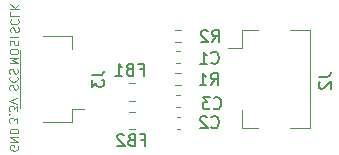
<source format=gbr>
%TF.GenerationSoftware,KiCad,Pcbnew,(5.99.0-11678-ga208dac8d8)*%
%TF.CreationDate,2021-08-19T14:25:42+07:00*%
%TF.ProjectId,sharp_memory_display,73686172-705f-46d6-956d-6f72795f6469,rev?*%
%TF.SameCoordinates,Original*%
%TF.FileFunction,Legend,Bot*%
%TF.FilePolarity,Positive*%
%FSLAX46Y46*%
G04 Gerber Fmt 4.6, Leading zero omitted, Abs format (unit mm)*
G04 Created by KiCad (PCBNEW (5.99.0-11678-ga208dac8d8)) date 2021-08-19 14:25:42*
%MOMM*%
%LPD*%
G01*
G04 APERTURE LIST*
%ADD10C,0.120000*%
%ADD11C,0.150000*%
G04 APERTURE END LIST*
D10*
X25319308Y-26523722D02*
X25285975Y-26423722D01*
X25285975Y-26257055D01*
X25319308Y-26190389D01*
X25352642Y-26157055D01*
X25419308Y-26123722D01*
X25485975Y-26123722D01*
X25552642Y-26157055D01*
X25585975Y-26190389D01*
X25619308Y-26257055D01*
X25652642Y-26390389D01*
X25685975Y-26457055D01*
X25719308Y-26490389D01*
X25785975Y-26523722D01*
X25852642Y-26523722D01*
X25919308Y-26490389D01*
X25952642Y-26457055D01*
X25985975Y-26390389D01*
X25985975Y-26223722D01*
X25952642Y-26123722D01*
X25352642Y-25423722D02*
X25319308Y-25457055D01*
X25285975Y-25557055D01*
X25285975Y-25623722D01*
X25319308Y-25723722D01*
X25385975Y-25790389D01*
X25452642Y-25823722D01*
X25585975Y-25857055D01*
X25685975Y-25857055D01*
X25819308Y-25823722D01*
X25885975Y-25790389D01*
X25952642Y-25723722D01*
X25985975Y-25623722D01*
X25985975Y-25557055D01*
X25952642Y-25457055D01*
X25919308Y-25423722D01*
X25285975Y-24790389D02*
X25285975Y-25123722D01*
X25985975Y-25123722D01*
X25285975Y-24557055D02*
X25985975Y-24557055D01*
X25285975Y-24157055D02*
X25685975Y-24457055D01*
X25985975Y-24157055D02*
X25585975Y-24557055D01*
X25260975Y-29140389D02*
X25960975Y-29140389D01*
X25460975Y-28907055D01*
X25960975Y-28673722D01*
X25260975Y-28673722D01*
X25960975Y-28207055D02*
X25960975Y-28073722D01*
X25927642Y-28007055D01*
X25860975Y-27940389D01*
X25727642Y-27907055D01*
X25494308Y-27907055D01*
X25360975Y-27940389D01*
X25294308Y-28007055D01*
X25260975Y-28073722D01*
X25260975Y-28207055D01*
X25294308Y-28273722D01*
X25360975Y-28340389D01*
X25494308Y-28373722D01*
X25727642Y-28373722D01*
X25860975Y-28340389D01*
X25927642Y-28273722D01*
X25960975Y-28207055D01*
X25294308Y-27640389D02*
X25260975Y-27540389D01*
X25260975Y-27373722D01*
X25294308Y-27307055D01*
X25327642Y-27273722D01*
X25394308Y-27240389D01*
X25460975Y-27240389D01*
X25527642Y-27273722D01*
X25560975Y-27307055D01*
X25594308Y-27373722D01*
X25627642Y-27507055D01*
X25660975Y-27573722D01*
X25694308Y-27607055D01*
X25760975Y-27640389D01*
X25827642Y-27640389D01*
X25894308Y-27607055D01*
X25927642Y-27573722D01*
X25960975Y-27507055D01*
X25960975Y-27340389D01*
X25927642Y-27240389D01*
X25260975Y-26940389D02*
X25960975Y-26940389D01*
X25244308Y-31398722D02*
X25210975Y-31298722D01*
X25210975Y-31132055D01*
X25244308Y-31065389D01*
X25277642Y-31032055D01*
X25344308Y-30998722D01*
X25410975Y-30998722D01*
X25477642Y-31032055D01*
X25510975Y-31065389D01*
X25544308Y-31132055D01*
X25577642Y-31265389D01*
X25610975Y-31332055D01*
X25644308Y-31365389D01*
X25710975Y-31398722D01*
X25777642Y-31398722D01*
X25844308Y-31365389D01*
X25877642Y-31332055D01*
X25910975Y-31265389D01*
X25910975Y-31098722D01*
X25877642Y-30998722D01*
X25277642Y-30298722D02*
X25244308Y-30332055D01*
X25210975Y-30432055D01*
X25210975Y-30498722D01*
X25244308Y-30598722D01*
X25310975Y-30665389D01*
X25377642Y-30698722D01*
X25510975Y-30732055D01*
X25610975Y-30732055D01*
X25744308Y-30698722D01*
X25810975Y-30665389D01*
X25877642Y-30598722D01*
X25910975Y-30498722D01*
X25910975Y-30432055D01*
X25877642Y-30332055D01*
X25844308Y-30298722D01*
X25244308Y-30032055D02*
X25210975Y-29932055D01*
X25210975Y-29765389D01*
X25244308Y-29698722D01*
X25277642Y-29665389D01*
X25344308Y-29632055D01*
X25410975Y-29632055D01*
X25477642Y-29665389D01*
X25510975Y-29698722D01*
X25544308Y-29765389D01*
X25577642Y-29898722D01*
X25610975Y-29965389D01*
X25644308Y-29998722D01*
X25710975Y-30032055D01*
X25777642Y-30032055D01*
X25844308Y-29998722D01*
X25877642Y-29965389D01*
X25910975Y-29898722D01*
X25910975Y-29732055D01*
X25877642Y-29632055D01*
X25860975Y-34198722D02*
X25860975Y-33765389D01*
X25594308Y-33998722D01*
X25594308Y-33898722D01*
X25560975Y-33832055D01*
X25527642Y-33798722D01*
X25460975Y-33765389D01*
X25294308Y-33765389D01*
X25227642Y-33798722D01*
X25194308Y-33832055D01*
X25160975Y-33898722D01*
X25160975Y-34098722D01*
X25194308Y-34165389D01*
X25227642Y-34198722D01*
X25227642Y-33465389D02*
X25194308Y-33432055D01*
X25160975Y-33465389D01*
X25194308Y-33498722D01*
X25227642Y-33465389D01*
X25160975Y-33465389D01*
X25860975Y-33198722D02*
X25860975Y-32765389D01*
X25594308Y-32998722D01*
X25594308Y-32898722D01*
X25560975Y-32832055D01*
X25527642Y-32798722D01*
X25460975Y-32765389D01*
X25294308Y-32765389D01*
X25227642Y-32798722D01*
X25194308Y-32832055D01*
X25160975Y-32898722D01*
X25160975Y-33098722D01*
X25194308Y-33165389D01*
X25227642Y-33198722D01*
X25860975Y-32565389D02*
X25160975Y-32332055D01*
X25860975Y-32098722D01*
X25927642Y-36148722D02*
X25960975Y-36215389D01*
X25960975Y-36315389D01*
X25927642Y-36415389D01*
X25860975Y-36482055D01*
X25794308Y-36515389D01*
X25660975Y-36548722D01*
X25560975Y-36548722D01*
X25427642Y-36515389D01*
X25360975Y-36482055D01*
X25294308Y-36415389D01*
X25260975Y-36315389D01*
X25260975Y-36248722D01*
X25294308Y-36148722D01*
X25327642Y-36115389D01*
X25560975Y-36115389D01*
X25560975Y-36248722D01*
X25260975Y-35815389D02*
X25960975Y-35815389D01*
X25260975Y-35415389D01*
X25960975Y-35415389D01*
X25260975Y-35082055D02*
X25960975Y-35082055D01*
X25960975Y-34915389D01*
X25927642Y-34815389D01*
X25860975Y-34748722D01*
X25794308Y-34715389D01*
X25660975Y-34682055D01*
X25560975Y-34682055D01*
X25427642Y-34715389D01*
X25360975Y-34748722D01*
X25294308Y-34815389D01*
X25260975Y-34915389D01*
X25260975Y-35082055D01*
D11*
%TO.C,J3*%
X32184980Y-30157066D02*
X32899266Y-30157066D01*
X33042123Y-30109447D01*
X33137361Y-30014209D01*
X33184980Y-29871352D01*
X33184980Y-29776114D01*
X32184980Y-30538019D02*
X32184980Y-31157066D01*
X32565933Y-30823733D01*
X32565933Y-30966590D01*
X32613552Y-31061828D01*
X32661171Y-31109447D01*
X32756409Y-31157066D01*
X32994504Y-31157066D01*
X33089742Y-31109447D01*
X33137361Y-31061828D01*
X33184980Y-30966590D01*
X33184980Y-30680876D01*
X33137361Y-30585638D01*
X33089742Y-30538019D01*
%TO.C,FB2*%
X36385975Y-35618960D02*
X36719308Y-35618960D01*
X36719308Y-36142769D02*
X36719308Y-35142769D01*
X36243118Y-35142769D01*
X35528832Y-35618960D02*
X35385975Y-35666579D01*
X35338356Y-35714198D01*
X35290737Y-35809436D01*
X35290737Y-35952293D01*
X35338356Y-36047531D01*
X35385975Y-36095150D01*
X35481213Y-36142769D01*
X35862165Y-36142769D01*
X35862165Y-35142769D01*
X35528832Y-35142769D01*
X35433594Y-35190389D01*
X35385975Y-35238008D01*
X35338356Y-35333246D01*
X35338356Y-35428484D01*
X35385975Y-35523722D01*
X35433594Y-35571341D01*
X35528832Y-35618960D01*
X35862165Y-35618960D01*
X34909784Y-35238008D02*
X34862165Y-35190389D01*
X34766927Y-35142769D01*
X34528832Y-35142769D01*
X34433594Y-35190389D01*
X34385975Y-35238008D01*
X34338356Y-35333246D01*
X34338356Y-35428484D01*
X34385975Y-35571341D01*
X34957403Y-36142769D01*
X34338356Y-36142769D01*
%TO.C,FB1*%
X36235975Y-29668960D02*
X36569308Y-29668960D01*
X36569308Y-30192769D02*
X36569308Y-29192769D01*
X36093118Y-29192769D01*
X35378832Y-29668960D02*
X35235975Y-29716579D01*
X35188356Y-29764198D01*
X35140737Y-29859436D01*
X35140737Y-30002293D01*
X35188356Y-30097531D01*
X35235975Y-30145150D01*
X35331213Y-30192769D01*
X35712165Y-30192769D01*
X35712165Y-29192769D01*
X35378832Y-29192769D01*
X35283594Y-29240389D01*
X35235975Y-29288008D01*
X35188356Y-29383246D01*
X35188356Y-29478484D01*
X35235975Y-29573722D01*
X35283594Y-29621341D01*
X35378832Y-29668960D01*
X35712165Y-29668960D01*
X34188356Y-30192769D02*
X34759784Y-30192769D01*
X34474070Y-30192769D02*
X34474070Y-29192769D01*
X34569308Y-29335627D01*
X34664546Y-29430865D01*
X34759784Y-29478484D01*
%TO.C,J2*%
X51405022Y-30307055D02*
X52119308Y-30307055D01*
X52262165Y-30259436D01*
X52357403Y-30164198D01*
X52405022Y-30021341D01*
X52405022Y-29926103D01*
X51500261Y-30735627D02*
X51452642Y-30783246D01*
X51405022Y-30878484D01*
X51405022Y-31116579D01*
X51452642Y-31211817D01*
X51500261Y-31259436D01*
X51595499Y-31307055D01*
X51690737Y-31307055D01*
X51833594Y-31259436D01*
X52405022Y-30688008D01*
X52405022Y-31307055D01*
%TO.C,R2*%
X42369308Y-27342769D02*
X42702642Y-26866579D01*
X42940737Y-27342769D02*
X42940737Y-26342769D01*
X42559784Y-26342769D01*
X42464546Y-26390389D01*
X42416927Y-26438008D01*
X42369308Y-26533246D01*
X42369308Y-26676103D01*
X42416927Y-26771341D01*
X42464546Y-26818960D01*
X42559784Y-26866579D01*
X42940737Y-26866579D01*
X41988356Y-26438008D02*
X41940737Y-26390389D01*
X41845499Y-26342769D01*
X41607403Y-26342769D01*
X41512165Y-26390389D01*
X41464546Y-26438008D01*
X41416927Y-26533246D01*
X41416927Y-26628484D01*
X41464546Y-26771341D01*
X42035975Y-27342769D01*
X41416927Y-27342769D01*
%TO.C,R1*%
X42269308Y-30992769D02*
X42602642Y-30516579D01*
X42840737Y-30992769D02*
X42840737Y-29992769D01*
X42459784Y-29992769D01*
X42364546Y-30040389D01*
X42316927Y-30088008D01*
X42269308Y-30183246D01*
X42269308Y-30326103D01*
X42316927Y-30421341D01*
X42364546Y-30468960D01*
X42459784Y-30516579D01*
X42840737Y-30516579D01*
X41316927Y-30992769D02*
X41888356Y-30992769D01*
X41602642Y-30992769D02*
X41602642Y-29992769D01*
X41697880Y-30135627D01*
X41793118Y-30230865D01*
X41888356Y-30278484D01*
%TO.C,C3*%
X42519308Y-32947531D02*
X42566927Y-32995150D01*
X42709784Y-33042769D01*
X42805022Y-33042769D01*
X42947880Y-32995150D01*
X43043118Y-32899912D01*
X43090737Y-32804674D01*
X43138356Y-32614198D01*
X43138356Y-32471341D01*
X43090737Y-32280865D01*
X43043118Y-32185627D01*
X42947880Y-32090389D01*
X42805022Y-32042769D01*
X42709784Y-32042769D01*
X42566927Y-32090389D01*
X42519308Y-32138008D01*
X42185975Y-32042769D02*
X41566927Y-32042769D01*
X41900261Y-32423722D01*
X41757403Y-32423722D01*
X41662165Y-32471341D01*
X41614546Y-32518960D01*
X41566927Y-32614198D01*
X41566927Y-32852293D01*
X41614546Y-32947531D01*
X41662165Y-32995150D01*
X41757403Y-33042769D01*
X42043118Y-33042769D01*
X42138356Y-32995150D01*
X42185975Y-32947531D01*
%TO.C,C2*%
X42319308Y-34547531D02*
X42366927Y-34595150D01*
X42509784Y-34642769D01*
X42605022Y-34642769D01*
X42747880Y-34595150D01*
X42843118Y-34499912D01*
X42890737Y-34404674D01*
X42938356Y-34214198D01*
X42938356Y-34071341D01*
X42890737Y-33880865D01*
X42843118Y-33785627D01*
X42747880Y-33690389D01*
X42605022Y-33642769D01*
X42509784Y-33642769D01*
X42366927Y-33690389D01*
X42319308Y-33738008D01*
X41938356Y-33738008D02*
X41890737Y-33690389D01*
X41795499Y-33642769D01*
X41557403Y-33642769D01*
X41462165Y-33690389D01*
X41414546Y-33738008D01*
X41366927Y-33833246D01*
X41366927Y-33928484D01*
X41414546Y-34071341D01*
X41985975Y-34642769D01*
X41366927Y-34642769D01*
%TO.C,C1*%
X42319308Y-29097531D02*
X42366927Y-29145150D01*
X42509784Y-29192769D01*
X42605022Y-29192769D01*
X42747880Y-29145150D01*
X42843118Y-29049912D01*
X42890737Y-28954674D01*
X42938356Y-28764198D01*
X42938356Y-28621341D01*
X42890737Y-28430865D01*
X42843118Y-28335627D01*
X42747880Y-28240389D01*
X42605022Y-28192769D01*
X42509784Y-28192769D01*
X42366927Y-28240389D01*
X42319308Y-28288008D01*
X41366927Y-29192769D02*
X41938356Y-29192769D01*
X41652642Y-29192769D02*
X41652642Y-28192769D01*
X41747880Y-28335627D01*
X41843118Y-28430865D01*
X41938356Y-28478484D01*
D10*
%TO.C,J3*%
X26067600Y-32930400D02*
X26067600Y-28050400D01*
X30537600Y-26880400D02*
X30537600Y-27930400D01*
X28037600Y-26880400D02*
X30537600Y-26880400D01*
X30537600Y-33050400D02*
X31527600Y-33050400D01*
X30537600Y-34100400D02*
X30537600Y-33050400D01*
X28037600Y-34100400D02*
X30537600Y-34100400D01*
%TO.C,FB2*%
X35375536Y-33255400D02*
X35829664Y-33255400D01*
X35375536Y-34725400D02*
X35829664Y-34725400D01*
%TO.C,FB1*%
X35829664Y-32325400D02*
X35375536Y-32325400D01*
X35829664Y-30855400D02*
X35375536Y-30855400D01*
%TO.C,J2*%
X44880600Y-27830400D02*
X43680600Y-27830400D01*
X50680600Y-34640400D02*
X48940600Y-34640400D01*
X50680600Y-26340400D02*
X50680600Y-34640400D01*
X48940600Y-26340400D02*
X50680600Y-26340400D01*
X44880600Y-34640400D02*
X46220600Y-34640400D01*
X44880600Y-33150400D02*
X44880600Y-34640400D01*
X44880600Y-26340400D02*
X46220600Y-26340400D01*
X44880600Y-27830400D02*
X44880600Y-26340400D01*
%TO.C,R2*%
X39744824Y-27362900D02*
X39235376Y-27362900D01*
X39744824Y-26317900D02*
X39235376Y-26317900D01*
%TO.C,R1*%
X39744824Y-31012900D02*
X39235376Y-31012900D01*
X39744824Y-29967900D02*
X39235376Y-29967900D01*
%TO.C,C3*%
X39648867Y-32850400D02*
X39356333Y-32850400D01*
X39648867Y-31830400D02*
X39356333Y-31830400D01*
%TO.C,C2*%
X39661367Y-34750400D02*
X39368833Y-34750400D01*
X39661367Y-33730400D02*
X39368833Y-33730400D01*
%TO.C,C1*%
X39636367Y-29150400D02*
X39343833Y-29150400D01*
X39636367Y-28130400D02*
X39343833Y-28130400D01*
%TD*%
M02*

</source>
